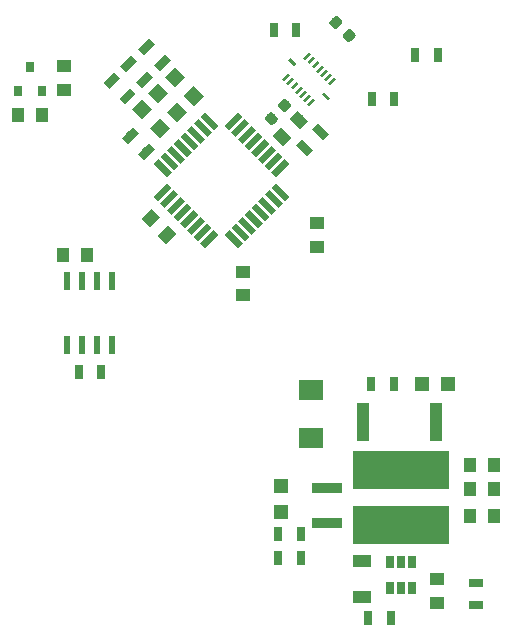
<source format=gtp>
G04 #@! TF.GenerationSoftware,KiCad,Pcbnew,5.0.1-33cea8e~68~ubuntu18.04.1*
G04 #@! TF.CreationDate,2019-04-03T20:56:08-04:00*
G04 #@! TF.ProjectId,IMU,494D552E6B696361645F706362000000,rev?*
G04 #@! TF.SameCoordinates,Original*
G04 #@! TF.FileFunction,Paste,Top*
G04 #@! TF.FilePolarity,Positive*
%FSLAX46Y46*%
G04 Gerber Fmt 4.6, Leading zero omitted, Abs format (unit mm)*
G04 Created by KiCad (PCBNEW 5.0.1-33cea8e~68~ubuntu18.04.1) date Wed 03 Apr 2019 08:56:08 PM EDT*
%MOMM*%
%LPD*%
G01*
G04 APERTURE LIST*
%ADD10C,0.700000*%
%ADD11C,0.100000*%
%ADD12R,0.700000X1.300000*%
%ADD13R,8.200000X3.300000*%
%ADD14R,2.500000X0.900000*%
%ADD15R,1.200000X1.200000*%
%ADD16R,1.000000X3.200000*%
%ADD17R,1.000000X1.250000*%
%ADD18R,0.650000X1.060000*%
%ADD19R,1.600000X1.000000*%
%ADD20R,1.300000X0.700000*%
%ADD21R,1.250000X1.000000*%
%ADD22R,2.159000X1.778000*%
%ADD23C,1.000000*%
%ADD24C,0.875000*%
%ADD25C,1.200000*%
%ADD26R,0.600000X1.550000*%
%ADD27C,0.550000*%
%ADD28R,0.800000X0.900000*%
%ADD29C,0.250000*%
G04 APERTURE END LIST*
D10*
G04 #@! TO.C,R1*
X145016378Y-83136582D03*
D11*
G36*
X144804246Y-82429475D02*
X145723485Y-83348714D01*
X145228510Y-83843689D01*
X144309271Y-82924450D01*
X144804246Y-82429475D01*
X144804246Y-82429475D01*
G37*
D10*
X146359880Y-81793080D03*
D11*
G36*
X146147748Y-81085973D02*
X147066987Y-82005212D01*
X146572012Y-82500187D01*
X145652773Y-81580948D01*
X146147748Y-81085973D01*
X146147748Y-81085973D01*
G37*
G04 #@! TD*
D12*
G04 #@! TO.C,R2*
X144698560Y-115845880D03*
X142798560Y-115845880D03*
G04 #@! TD*
D13*
G04 #@! TO.C,L1*
X153210060Y-115084380D03*
X153210060Y-110384380D03*
G04 #@! TD*
D14*
G04 #@! TO.C,F1*
X146904060Y-111988380D03*
X146904060Y-114888380D03*
G04 #@! TD*
D15*
G04 #@! TO.C,D2*
X154924560Y-103145880D03*
X157124560Y-103145880D03*
G04 #@! TD*
D16*
G04 #@! TO.C,R9*
X149919560Y-106320880D03*
X156119560Y-106320880D03*
G04 #@! TD*
D17*
G04 #@! TO.C,C7*
X159004560Y-110003880D03*
X161004560Y-110003880D03*
G04 #@! TD*
D18*
G04 #@! TO.C,U2*
X154134660Y-118238380D03*
X153184660Y-118238380D03*
X152234660Y-118238380D03*
X152234660Y-120438380D03*
X154134660Y-120438380D03*
X153184660Y-120438380D03*
G04 #@! TD*
D19*
G04 #@! TO.C,C3*
X149844560Y-118155880D03*
X149844560Y-121155880D03*
G04 #@! TD*
D12*
G04 #@! TO.C,R12*
X150672560Y-103145880D03*
X152572560Y-103145880D03*
G04 #@! TD*
G04 #@! TO.C,R4*
X152318560Y-122957880D03*
X150418560Y-122957880D03*
G04 #@! TD*
D20*
G04 #@! TO.C,R5*
X159496560Y-121875880D03*
X159496560Y-119975880D03*
G04 #@! TD*
D17*
G04 #@! TO.C,C12*
X159004560Y-114321880D03*
X161004560Y-114321880D03*
G04 #@! TD*
G04 #@! TO.C,C11*
X159004560Y-112035880D03*
X161004560Y-112035880D03*
G04 #@! TD*
D21*
G04 #@! TO.C,C5*
X156194560Y-121671880D03*
X156194560Y-119671880D03*
G04 #@! TD*
D15*
G04 #@! TO.C,D1*
X143047720Y-113975240D03*
X143047720Y-111775240D03*
G04 #@! TD*
D22*
G04 #@! TO.C,D7*
X145526560Y-103653880D03*
X145526560Y-107717880D03*
G04 #@! TD*
D12*
G04 #@! TO.C,R3*
X144698560Y-117877880D03*
X142798560Y-117877880D03*
G04 #@! TD*
D23*
G04 #@! TO.C,C1*
X133381467Y-90506267D03*
D11*
G36*
X132585972Y-90594655D02*
X133469855Y-89710772D01*
X134176962Y-90417879D01*
X133293079Y-91301762D01*
X132585972Y-90594655D01*
X132585972Y-90594655D01*
G37*
D23*
X131967253Y-89092053D03*
D11*
G36*
X131171758Y-89180441D02*
X132055641Y-88296558D01*
X132762748Y-89003665D01*
X131878865Y-89887548D01*
X131171758Y-89180441D01*
X131171758Y-89180441D01*
G37*
G04 #@! TD*
D23*
G04 #@! TO.C,C2*
X143104166Y-82209074D03*
D11*
G36*
X143192554Y-83004569D02*
X142308671Y-82120686D01*
X143015778Y-81413579D01*
X143899661Y-82297462D01*
X143192554Y-83004569D01*
X143192554Y-83004569D01*
G37*
D23*
X144518380Y-80794860D03*
D11*
G36*
X144606768Y-81590355D02*
X143722885Y-80706472D01*
X144429992Y-79999365D01*
X145313875Y-80883248D01*
X144606768Y-81590355D01*
X144606768Y-81590355D01*
G37*
G04 #@! TD*
D17*
G04 #@! TO.C,C4*
X124577600Y-92217240D03*
X126577600Y-92217240D03*
G04 #@! TD*
D21*
G04 #@! TO.C,C6*
X146085560Y-91551000D03*
X146085560Y-89551000D03*
G04 #@! TD*
G04 #@! TO.C,C8*
X139811760Y-95640400D03*
X139811760Y-93640400D03*
G04 #@! TD*
D17*
G04 #@! TO.C,C9*
X120752243Y-80357177D03*
X122752243Y-80357177D03*
G04 #@! TD*
D21*
G04 #@! TO.C,C10*
X124637683Y-78252537D03*
X124637683Y-76252537D03*
G04 #@! TD*
D11*
G04 #@! TO.C,C13*
G36*
X147705191Y-71970460D02*
X147726426Y-71973610D01*
X147747250Y-71978826D01*
X147767462Y-71986058D01*
X147786868Y-71995237D01*
X147805281Y-72006273D01*
X147822524Y-72019061D01*
X147838430Y-72033477D01*
X148147789Y-72342836D01*
X148162205Y-72358742D01*
X148174993Y-72375985D01*
X148186029Y-72394398D01*
X148195208Y-72413804D01*
X148202440Y-72434016D01*
X148207656Y-72454840D01*
X148210806Y-72476075D01*
X148211859Y-72497516D01*
X148210806Y-72518957D01*
X148207656Y-72540192D01*
X148202440Y-72561016D01*
X148195208Y-72581228D01*
X148186029Y-72600634D01*
X148174993Y-72619047D01*
X148162205Y-72636290D01*
X148147789Y-72652196D01*
X147785396Y-73014589D01*
X147769490Y-73029005D01*
X147752247Y-73041793D01*
X147733834Y-73052829D01*
X147714428Y-73062008D01*
X147694216Y-73069240D01*
X147673392Y-73074456D01*
X147652157Y-73077606D01*
X147630716Y-73078659D01*
X147609275Y-73077606D01*
X147588040Y-73074456D01*
X147567216Y-73069240D01*
X147547004Y-73062008D01*
X147527598Y-73052829D01*
X147509185Y-73041793D01*
X147491942Y-73029005D01*
X147476036Y-73014589D01*
X147166677Y-72705230D01*
X147152261Y-72689324D01*
X147139473Y-72672081D01*
X147128437Y-72653668D01*
X147119258Y-72634262D01*
X147112026Y-72614050D01*
X147106810Y-72593226D01*
X147103660Y-72571991D01*
X147102607Y-72550550D01*
X147103660Y-72529109D01*
X147106810Y-72507874D01*
X147112026Y-72487050D01*
X147119258Y-72466838D01*
X147128437Y-72447432D01*
X147139473Y-72429019D01*
X147152261Y-72411776D01*
X147166677Y-72395870D01*
X147529070Y-72033477D01*
X147544976Y-72019061D01*
X147562219Y-72006273D01*
X147580632Y-71995237D01*
X147600038Y-71986058D01*
X147620250Y-71978826D01*
X147641074Y-71973610D01*
X147662309Y-71970460D01*
X147683750Y-71969407D01*
X147705191Y-71970460D01*
X147705191Y-71970460D01*
G37*
D24*
X147657233Y-72524033D03*
D11*
G36*
X148818885Y-73084154D02*
X148840120Y-73087304D01*
X148860944Y-73092520D01*
X148881156Y-73099752D01*
X148900562Y-73108931D01*
X148918975Y-73119967D01*
X148936218Y-73132755D01*
X148952124Y-73147171D01*
X149261483Y-73456530D01*
X149275899Y-73472436D01*
X149288687Y-73489679D01*
X149299723Y-73508092D01*
X149308902Y-73527498D01*
X149316134Y-73547710D01*
X149321350Y-73568534D01*
X149324500Y-73589769D01*
X149325553Y-73611210D01*
X149324500Y-73632651D01*
X149321350Y-73653886D01*
X149316134Y-73674710D01*
X149308902Y-73694922D01*
X149299723Y-73714328D01*
X149288687Y-73732741D01*
X149275899Y-73749984D01*
X149261483Y-73765890D01*
X148899090Y-74128283D01*
X148883184Y-74142699D01*
X148865941Y-74155487D01*
X148847528Y-74166523D01*
X148828122Y-74175702D01*
X148807910Y-74182934D01*
X148787086Y-74188150D01*
X148765851Y-74191300D01*
X148744410Y-74192353D01*
X148722969Y-74191300D01*
X148701734Y-74188150D01*
X148680910Y-74182934D01*
X148660698Y-74175702D01*
X148641292Y-74166523D01*
X148622879Y-74155487D01*
X148605636Y-74142699D01*
X148589730Y-74128283D01*
X148280371Y-73818924D01*
X148265955Y-73803018D01*
X148253167Y-73785775D01*
X148242131Y-73767362D01*
X148232952Y-73747956D01*
X148225720Y-73727744D01*
X148220504Y-73706920D01*
X148217354Y-73685685D01*
X148216301Y-73664244D01*
X148217354Y-73642803D01*
X148220504Y-73621568D01*
X148225720Y-73600744D01*
X148232952Y-73580532D01*
X148242131Y-73561126D01*
X148253167Y-73542713D01*
X148265955Y-73525470D01*
X148280371Y-73509564D01*
X148642764Y-73147171D01*
X148658670Y-73132755D01*
X148675913Y-73119967D01*
X148694326Y-73108931D01*
X148713732Y-73099752D01*
X148733944Y-73092520D01*
X148754768Y-73087304D01*
X148776003Y-73084154D01*
X148797444Y-73083101D01*
X148818885Y-73084154D01*
X148818885Y-73084154D01*
G37*
D24*
X148770927Y-73637727D03*
G04 #@! TD*
D11*
G04 #@! TO.C,C14*
G36*
X143304264Y-78994147D02*
X143325499Y-78997297D01*
X143346323Y-79002513D01*
X143366535Y-79009745D01*
X143385941Y-79018924D01*
X143404354Y-79029960D01*
X143421597Y-79042748D01*
X143437503Y-79057164D01*
X143799896Y-79419557D01*
X143814312Y-79435463D01*
X143827100Y-79452706D01*
X143838136Y-79471119D01*
X143847315Y-79490525D01*
X143854547Y-79510737D01*
X143859763Y-79531561D01*
X143862913Y-79552796D01*
X143863966Y-79574237D01*
X143862913Y-79595678D01*
X143859763Y-79616913D01*
X143854547Y-79637737D01*
X143847315Y-79657949D01*
X143838136Y-79677355D01*
X143827100Y-79695768D01*
X143814312Y-79713011D01*
X143799896Y-79728917D01*
X143490537Y-80038276D01*
X143474631Y-80052692D01*
X143457388Y-80065480D01*
X143438975Y-80076516D01*
X143419569Y-80085695D01*
X143399357Y-80092927D01*
X143378533Y-80098143D01*
X143357298Y-80101293D01*
X143335857Y-80102346D01*
X143314416Y-80101293D01*
X143293181Y-80098143D01*
X143272357Y-80092927D01*
X143252145Y-80085695D01*
X143232739Y-80076516D01*
X143214326Y-80065480D01*
X143197083Y-80052692D01*
X143181177Y-80038276D01*
X142818784Y-79675883D01*
X142804368Y-79659977D01*
X142791580Y-79642734D01*
X142780544Y-79624321D01*
X142771365Y-79604915D01*
X142764133Y-79584703D01*
X142758917Y-79563879D01*
X142755767Y-79542644D01*
X142754714Y-79521203D01*
X142755767Y-79499762D01*
X142758917Y-79478527D01*
X142764133Y-79457703D01*
X142771365Y-79437491D01*
X142780544Y-79418085D01*
X142791580Y-79399672D01*
X142804368Y-79382429D01*
X142818784Y-79366523D01*
X143128143Y-79057164D01*
X143144049Y-79042748D01*
X143161292Y-79029960D01*
X143179705Y-79018924D01*
X143199111Y-79009745D01*
X143219323Y-79002513D01*
X143240147Y-78997297D01*
X143261382Y-78994147D01*
X143282823Y-78993094D01*
X143304264Y-78994147D01*
X143304264Y-78994147D01*
G37*
D24*
X143309340Y-79547720D03*
D11*
G36*
X142190570Y-80107841D02*
X142211805Y-80110991D01*
X142232629Y-80116207D01*
X142252841Y-80123439D01*
X142272247Y-80132618D01*
X142290660Y-80143654D01*
X142307903Y-80156442D01*
X142323809Y-80170858D01*
X142686202Y-80533251D01*
X142700618Y-80549157D01*
X142713406Y-80566400D01*
X142724442Y-80584813D01*
X142733621Y-80604219D01*
X142740853Y-80624431D01*
X142746069Y-80645255D01*
X142749219Y-80666490D01*
X142750272Y-80687931D01*
X142749219Y-80709372D01*
X142746069Y-80730607D01*
X142740853Y-80751431D01*
X142733621Y-80771643D01*
X142724442Y-80791049D01*
X142713406Y-80809462D01*
X142700618Y-80826705D01*
X142686202Y-80842611D01*
X142376843Y-81151970D01*
X142360937Y-81166386D01*
X142343694Y-81179174D01*
X142325281Y-81190210D01*
X142305875Y-81199389D01*
X142285663Y-81206621D01*
X142264839Y-81211837D01*
X142243604Y-81214987D01*
X142222163Y-81216040D01*
X142200722Y-81214987D01*
X142179487Y-81211837D01*
X142158663Y-81206621D01*
X142138451Y-81199389D01*
X142119045Y-81190210D01*
X142100632Y-81179174D01*
X142083389Y-81166386D01*
X142067483Y-81151970D01*
X141705090Y-80789577D01*
X141690674Y-80773671D01*
X141677886Y-80756428D01*
X141666850Y-80738015D01*
X141657671Y-80718609D01*
X141650439Y-80698397D01*
X141645223Y-80677573D01*
X141642073Y-80656338D01*
X141641020Y-80634897D01*
X141642073Y-80613456D01*
X141645223Y-80592221D01*
X141650439Y-80571397D01*
X141657671Y-80551185D01*
X141666850Y-80531779D01*
X141677886Y-80513366D01*
X141690674Y-80496123D01*
X141705090Y-80480217D01*
X142014449Y-80170858D01*
X142030355Y-80156442D01*
X142047598Y-80143654D01*
X142066011Y-80132618D01*
X142085417Y-80123439D01*
X142105629Y-80116207D01*
X142126453Y-80110991D01*
X142147688Y-80107841D01*
X142169129Y-80106788D01*
X142190570Y-80107841D01*
X142190570Y-80107841D01*
G37*
D24*
X142195646Y-80661414D03*
G04 #@! TD*
D25*
G04 #@! TO.C,D3*
X134047923Y-77182403D03*
D11*
G36*
X134896451Y-77182403D02*
X134047923Y-78030931D01*
X133199395Y-77182403D01*
X134047923Y-76333875D01*
X134896451Y-77182403D01*
X134896451Y-77182403D01*
G37*
D25*
X135603557Y-78738037D03*
D11*
G36*
X136452085Y-78738037D02*
X135603557Y-79586565D01*
X134755029Y-78738037D01*
X135603557Y-77889509D01*
X136452085Y-78738037D01*
X136452085Y-78738037D01*
G37*
G04 #@! TD*
D25*
G04 #@! TO.C,D4*
X134176654Y-80100054D03*
D11*
G36*
X135025182Y-80100054D02*
X134176654Y-80948582D01*
X133328126Y-80100054D01*
X134176654Y-79251526D01*
X135025182Y-80100054D01*
X135025182Y-80100054D01*
G37*
D25*
X132621020Y-78544420D03*
D11*
G36*
X133469548Y-78544420D02*
X132621020Y-79392948D01*
X131772492Y-78544420D01*
X132621020Y-77695892D01*
X133469548Y-78544420D01*
X133469548Y-78544420D01*
G37*
G04 #@! TD*
D25*
G04 #@! TO.C,D5*
X131222866Y-79892006D03*
D11*
G36*
X132071394Y-79892006D02*
X131222866Y-80740534D01*
X130374338Y-79892006D01*
X131222866Y-79043478D01*
X132071394Y-79892006D01*
X132071394Y-79892006D01*
G37*
D25*
X132778500Y-81447640D03*
D11*
G36*
X133627028Y-81447640D02*
X132778500Y-82296168D01*
X131929972Y-81447640D01*
X132778500Y-80599112D01*
X133627028Y-81447640D01*
X133627028Y-81447640D01*
G37*
G04 #@! TD*
D12*
G04 #@! TO.C,R7*
X127787440Y-102143560D03*
X125887440Y-102143560D03*
G04 #@! TD*
D10*
G04 #@! TO.C,R8*
X130255089Y-82091609D03*
D11*
G36*
X129547982Y-82303741D02*
X130467221Y-81384502D01*
X130962196Y-81879477D01*
X130042957Y-82798716D01*
X129547982Y-82303741D01*
X129547982Y-82303741D01*
G37*
D10*
X131598591Y-83435111D03*
D11*
G36*
X130891484Y-83647243D02*
X131810723Y-82728004D01*
X132305698Y-83222979D01*
X131386459Y-84142218D01*
X130891484Y-83647243D01*
X130891484Y-83647243D01*
G37*
G04 #@! TD*
D26*
G04 #@! TO.C,U1*
X128666240Y-94434680D03*
X127396240Y-94434680D03*
X126126240Y-94434680D03*
X124856240Y-94434680D03*
X124856240Y-99834680D03*
X126126240Y-99834680D03*
X127396240Y-99834680D03*
X128666240Y-99834680D03*
G04 #@! TD*
D27*
G04 #@! TO.C,U5*
X132993314Y-84849945D03*
D11*
G36*
X133753454Y-85221176D02*
X133364545Y-85610085D01*
X132233174Y-84478714D01*
X132622083Y-84089805D01*
X133753454Y-85221176D01*
X133753454Y-85221176D01*
G37*
D27*
X133559000Y-84284260D03*
D11*
G36*
X134319140Y-84655491D02*
X133930231Y-85044400D01*
X132798860Y-83913029D01*
X133187769Y-83524120D01*
X134319140Y-84655491D01*
X134319140Y-84655491D01*
G37*
D27*
X134124685Y-83718574D03*
D11*
G36*
X134884825Y-84089805D02*
X134495916Y-84478714D01*
X133364545Y-83347343D01*
X133753454Y-82958434D01*
X134884825Y-84089805D01*
X134884825Y-84089805D01*
G37*
D27*
X134690370Y-83152889D03*
D11*
G36*
X135450510Y-83524120D02*
X135061601Y-83913029D01*
X133930230Y-82781658D01*
X134319139Y-82392749D01*
X135450510Y-83524120D01*
X135450510Y-83524120D01*
G37*
D27*
X135256056Y-82587203D03*
D11*
G36*
X136016196Y-82958434D02*
X135627287Y-83347343D01*
X134495916Y-82215972D01*
X134884825Y-81827063D01*
X136016196Y-82958434D01*
X136016196Y-82958434D01*
G37*
D27*
X135821741Y-82021518D03*
D11*
G36*
X136581881Y-82392749D02*
X136192972Y-82781658D01*
X135061601Y-81650287D01*
X135450510Y-81261378D01*
X136581881Y-82392749D01*
X136581881Y-82392749D01*
G37*
D27*
X136387427Y-81455833D03*
D11*
G36*
X137147567Y-81827064D02*
X136758658Y-82215973D01*
X135627287Y-81084602D01*
X136016196Y-80695693D01*
X137147567Y-81827064D01*
X137147567Y-81827064D01*
G37*
D27*
X136953112Y-80890147D03*
D11*
G36*
X137713252Y-81261378D02*
X137324343Y-81650287D01*
X136192972Y-80518916D01*
X136581881Y-80130007D01*
X137713252Y-81261378D01*
X137713252Y-81261378D01*
G37*
D27*
X139003722Y-80890147D03*
D11*
G36*
X138632491Y-81650287D02*
X138243582Y-81261378D01*
X139374953Y-80130007D01*
X139763862Y-80518916D01*
X138632491Y-81650287D01*
X138632491Y-81650287D01*
G37*
D27*
X139569407Y-81455833D03*
D11*
G36*
X139198176Y-82215973D02*
X138809267Y-81827064D01*
X139940638Y-80695693D01*
X140329547Y-81084602D01*
X139198176Y-82215973D01*
X139198176Y-82215973D01*
G37*
D27*
X140135093Y-82021518D03*
D11*
G36*
X139763862Y-82781658D02*
X139374953Y-82392749D01*
X140506324Y-81261378D01*
X140895233Y-81650287D01*
X139763862Y-82781658D01*
X139763862Y-82781658D01*
G37*
D27*
X140700778Y-82587203D03*
D11*
G36*
X140329547Y-83347343D02*
X139940638Y-82958434D01*
X141072009Y-81827063D01*
X141460918Y-82215972D01*
X140329547Y-83347343D01*
X140329547Y-83347343D01*
G37*
D27*
X141266464Y-83152889D03*
D11*
G36*
X140895233Y-83913029D02*
X140506324Y-83524120D01*
X141637695Y-82392749D01*
X142026604Y-82781658D01*
X140895233Y-83913029D01*
X140895233Y-83913029D01*
G37*
D27*
X141832149Y-83718574D03*
D11*
G36*
X141460918Y-84478714D02*
X141072009Y-84089805D01*
X142203380Y-82958434D01*
X142592289Y-83347343D01*
X141460918Y-84478714D01*
X141460918Y-84478714D01*
G37*
D27*
X142397834Y-84284260D03*
D11*
G36*
X142026603Y-85044400D02*
X141637694Y-84655491D01*
X142769065Y-83524120D01*
X143157974Y-83913029D01*
X142026603Y-85044400D01*
X142026603Y-85044400D01*
G37*
D27*
X142963520Y-84849945D03*
D11*
G36*
X142592289Y-85610085D02*
X142203380Y-85221176D01*
X143334751Y-84089805D01*
X143723660Y-84478714D01*
X142592289Y-85610085D01*
X142592289Y-85610085D01*
G37*
D27*
X142963520Y-86900555D03*
D11*
G36*
X143723660Y-87271786D02*
X143334751Y-87660695D01*
X142203380Y-86529324D01*
X142592289Y-86140415D01*
X143723660Y-87271786D01*
X143723660Y-87271786D01*
G37*
D27*
X142397834Y-87466240D03*
D11*
G36*
X143157974Y-87837471D02*
X142769065Y-88226380D01*
X141637694Y-87095009D01*
X142026603Y-86706100D01*
X143157974Y-87837471D01*
X143157974Y-87837471D01*
G37*
D27*
X141832149Y-88031926D03*
D11*
G36*
X142592289Y-88403157D02*
X142203380Y-88792066D01*
X141072009Y-87660695D01*
X141460918Y-87271786D01*
X142592289Y-88403157D01*
X142592289Y-88403157D01*
G37*
D27*
X141266464Y-88597611D03*
D11*
G36*
X142026604Y-88968842D02*
X141637695Y-89357751D01*
X140506324Y-88226380D01*
X140895233Y-87837471D01*
X142026604Y-88968842D01*
X142026604Y-88968842D01*
G37*
D27*
X140700778Y-89163297D03*
D11*
G36*
X141460918Y-89534528D02*
X141072009Y-89923437D01*
X139940638Y-88792066D01*
X140329547Y-88403157D01*
X141460918Y-89534528D01*
X141460918Y-89534528D01*
G37*
D27*
X140135093Y-89728982D03*
D11*
G36*
X140895233Y-90100213D02*
X140506324Y-90489122D01*
X139374953Y-89357751D01*
X139763862Y-88968842D01*
X140895233Y-90100213D01*
X140895233Y-90100213D01*
G37*
D27*
X139569407Y-90294667D03*
D11*
G36*
X140329547Y-90665898D02*
X139940638Y-91054807D01*
X138809267Y-89923436D01*
X139198176Y-89534527D01*
X140329547Y-90665898D01*
X140329547Y-90665898D01*
G37*
D27*
X139003722Y-90860353D03*
D11*
G36*
X139763862Y-91231584D02*
X139374953Y-91620493D01*
X138243582Y-90489122D01*
X138632491Y-90100213D01*
X139763862Y-91231584D01*
X139763862Y-91231584D01*
G37*
D27*
X136953112Y-90860353D03*
D11*
G36*
X136581881Y-91620493D02*
X136192972Y-91231584D01*
X137324343Y-90100213D01*
X137713252Y-90489122D01*
X136581881Y-91620493D01*
X136581881Y-91620493D01*
G37*
D27*
X136387427Y-90294667D03*
D11*
G36*
X136016196Y-91054807D02*
X135627287Y-90665898D01*
X136758658Y-89534527D01*
X137147567Y-89923436D01*
X136016196Y-91054807D01*
X136016196Y-91054807D01*
G37*
D27*
X135821741Y-89728982D03*
D11*
G36*
X135450510Y-90489122D02*
X135061601Y-90100213D01*
X136192972Y-88968842D01*
X136581881Y-89357751D01*
X135450510Y-90489122D01*
X135450510Y-90489122D01*
G37*
D27*
X135256056Y-89163297D03*
D11*
G36*
X134884825Y-89923437D02*
X134495916Y-89534528D01*
X135627287Y-88403157D01*
X136016196Y-88792066D01*
X134884825Y-89923437D01*
X134884825Y-89923437D01*
G37*
D27*
X134690370Y-88597611D03*
D11*
G36*
X134319139Y-89357751D02*
X133930230Y-88968842D01*
X135061601Y-87837471D01*
X135450510Y-88226380D01*
X134319139Y-89357751D01*
X134319139Y-89357751D01*
G37*
D27*
X134124685Y-88031926D03*
D11*
G36*
X133753454Y-88792066D02*
X133364545Y-88403157D01*
X134495916Y-87271786D01*
X134884825Y-87660695D01*
X133753454Y-88792066D01*
X133753454Y-88792066D01*
G37*
D27*
X133559000Y-87466240D03*
D11*
G36*
X133187769Y-88226380D02*
X132798860Y-87837471D01*
X133930231Y-86706100D01*
X134319140Y-87095009D01*
X133187769Y-88226380D01*
X133187769Y-88226380D01*
G37*
D27*
X132993314Y-86900555D03*
D11*
G36*
X132622083Y-87660695D02*
X132233174Y-87271786D01*
X133364545Y-86140415D01*
X133753454Y-86529324D01*
X132622083Y-87660695D01*
X132622083Y-87660695D01*
G37*
G04 #@! TD*
D28*
G04 #@! TO.C,U3*
X122817483Y-78308417D03*
X120717483Y-78308417D03*
X121767483Y-76308417D03*
G04 #@! TD*
D29*
G04 #@! TO.C,U4*
X146827120Y-78757660D03*
D11*
G36*
X146986219Y-79093536D02*
X146491244Y-78598561D01*
X146668021Y-78421784D01*
X147162996Y-78916759D01*
X146986219Y-79093536D01*
X146986219Y-79093536D01*
G37*
D29*
X143977480Y-75908020D03*
D11*
G36*
X143818381Y-75572144D02*
X144313356Y-76067119D01*
X144136579Y-76243896D01*
X143641604Y-75748921D01*
X143818381Y-75572144D01*
X143818381Y-75572144D01*
G37*
D29*
X145232594Y-75381225D03*
D11*
G36*
X145568470Y-75222126D02*
X145073495Y-75717101D01*
X144896718Y-75540324D01*
X145391693Y-75045349D01*
X145568470Y-75222126D01*
X145568470Y-75222126D01*
G37*
D29*
X145586148Y-75734779D03*
D11*
G36*
X145922024Y-75575680D02*
X145427049Y-76070655D01*
X145250272Y-75893878D01*
X145745247Y-75398903D01*
X145922024Y-75575680D01*
X145922024Y-75575680D01*
G37*
D29*
X145939701Y-76088332D03*
D11*
G36*
X146275577Y-75929233D02*
X145780602Y-76424208D01*
X145603825Y-76247431D01*
X146098800Y-75752456D01*
X146275577Y-75929233D01*
X146275577Y-75929233D01*
G37*
D29*
X146293255Y-76441885D03*
D11*
G36*
X146629131Y-76282786D02*
X146134156Y-76777761D01*
X145957379Y-76600984D01*
X146452354Y-76106009D01*
X146629131Y-76282786D01*
X146629131Y-76282786D01*
G37*
D29*
X146646808Y-76795439D03*
D11*
G36*
X146982684Y-76636340D02*
X146487709Y-77131315D01*
X146310932Y-76954538D01*
X146805907Y-76459563D01*
X146982684Y-76636340D01*
X146982684Y-76636340D01*
G37*
D29*
X147000361Y-77148992D03*
D11*
G36*
X147336237Y-76989893D02*
X146841262Y-77484868D01*
X146664485Y-77308091D01*
X147159460Y-76813116D01*
X147336237Y-76989893D01*
X147336237Y-76989893D01*
G37*
D29*
X147353915Y-77502546D03*
D11*
G36*
X147689791Y-77343447D02*
X147194816Y-77838422D01*
X147018039Y-77661645D01*
X147513014Y-77166670D01*
X147689791Y-77343447D01*
X147689791Y-77343447D01*
G37*
D29*
X143450685Y-77163134D03*
D11*
G36*
X143786561Y-77004035D02*
X143291586Y-77499010D01*
X143114809Y-77322233D01*
X143609784Y-76827258D01*
X143786561Y-77004035D01*
X143786561Y-77004035D01*
G37*
D29*
X143804239Y-77516688D03*
D11*
G36*
X144140115Y-77357589D02*
X143645140Y-77852564D01*
X143468363Y-77675787D01*
X143963338Y-77180812D01*
X144140115Y-77357589D01*
X144140115Y-77357589D01*
G37*
D29*
X144157792Y-77870241D03*
D11*
G36*
X144493668Y-77711142D02*
X143998693Y-78206117D01*
X143821916Y-78029340D01*
X144316891Y-77534365D01*
X144493668Y-77711142D01*
X144493668Y-77711142D01*
G37*
D29*
X144511345Y-78223795D03*
D11*
G36*
X144847221Y-78064696D02*
X144352246Y-78559671D01*
X144175469Y-78382894D01*
X144670444Y-77887919D01*
X144847221Y-78064696D01*
X144847221Y-78064696D01*
G37*
D29*
X144864899Y-78577348D03*
D11*
G36*
X145200775Y-78418249D02*
X144705800Y-78913224D01*
X144529023Y-78736447D01*
X145023998Y-78241472D01*
X145200775Y-78418249D01*
X145200775Y-78418249D01*
G37*
D29*
X145218452Y-78930901D03*
D11*
G36*
X145554328Y-78771802D02*
X145059353Y-79266777D01*
X144882576Y-79090000D01*
X145377551Y-78595025D01*
X145554328Y-78771802D01*
X145554328Y-78771802D01*
G37*
D29*
X145572006Y-79284455D03*
D11*
G36*
X145907882Y-79125356D02*
X145412907Y-79620331D01*
X145236130Y-79443554D01*
X145731105Y-78948579D01*
X145907882Y-79125356D01*
X145907882Y-79125356D01*
G37*
G04 #@! TD*
D10*
G04 #@! TO.C,PC7*
X132953760Y-75951080D03*
D11*
G36*
X133660867Y-75738948D02*
X132741628Y-76658187D01*
X132246653Y-76163212D01*
X133165892Y-75243973D01*
X133660867Y-75738948D01*
X133660867Y-75738948D01*
G37*
D10*
X131610258Y-74607578D03*
D11*
G36*
X132317365Y-74395446D02*
X131398126Y-75314685D01*
X130903151Y-74819710D01*
X131822390Y-73900471D01*
X132317365Y-74395446D01*
X132317365Y-74395446D01*
G37*
G04 #@! TD*
D10*
G04 #@! TO.C,PB5*
X130112849Y-76005769D03*
D11*
G36*
X130819956Y-75793637D02*
X129900717Y-76712876D01*
X129405742Y-76217901D01*
X130324981Y-75298662D01*
X130819956Y-75793637D01*
X130819956Y-75793637D01*
G37*
D10*
X131456351Y-77349271D03*
D11*
G36*
X132163458Y-77137139D02*
X131244219Y-78056378D01*
X130749244Y-77561403D01*
X131668483Y-76642164D01*
X132163458Y-77137139D01*
X132163458Y-77137139D01*
G37*
G04 #@! TD*
D10*
G04 #@! TO.C,PB6*
X130039031Y-78761511D03*
D11*
G36*
X130746138Y-78549379D02*
X129826899Y-79468618D01*
X129331924Y-78973643D01*
X130251163Y-78054404D01*
X130746138Y-78549379D01*
X130746138Y-78549379D01*
G37*
D10*
X128695529Y-77418009D03*
D11*
G36*
X129402636Y-77205877D02*
X128483397Y-78125116D01*
X127988422Y-77630141D01*
X128907661Y-76710902D01*
X129402636Y-77205877D01*
X129402636Y-77205877D01*
G37*
G04 #@! TD*
D12*
G04 #@! TO.C,R13*
X154396400Y-75280520D03*
X156296400Y-75280520D03*
G04 #@! TD*
G04 #@! TO.C,R14*
X144322880Y-73207880D03*
X142422880Y-73207880D03*
G04 #@! TD*
G04 #@! TO.C,R15*
X150687960Y-79004160D03*
X152587960Y-79004160D03*
G04 #@! TD*
M02*

</source>
